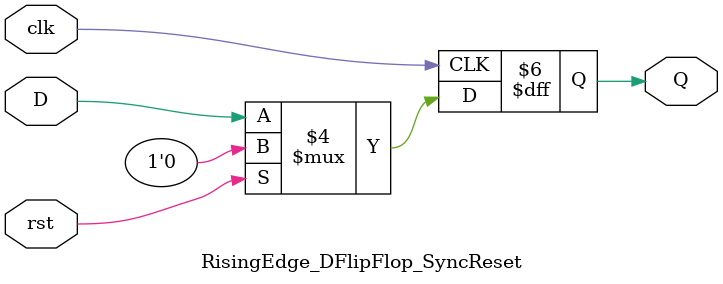
<source format=v>
`timescale 1ns / 1ps


module RisingEdge_DFlipFlop_SyncReset(D, clk, rst, Q);
    input D, clk;
    input rst;
    output reg Q;
    
    always @(posedge clk)
        begin
            if(rst==1'b1)
                Q <= 1'b0;
                
            else
                Q <= D;
        end
endmodule


</source>
